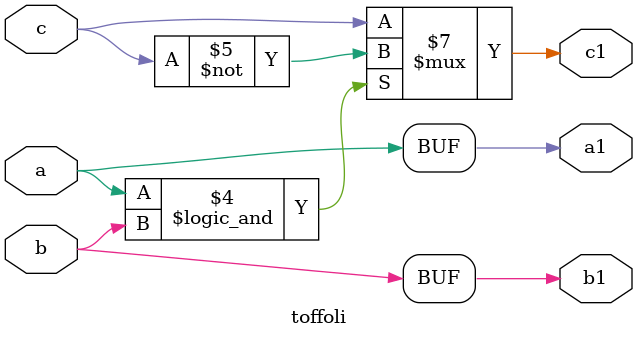
<source format=v>
module toffoli(a,b,c,a1,b1,c1);
input a,b,c;
output reg a1,b1,c1;
always @ (*)
begin
	if(a==1 && b==1)
	begin
            a1 <= a;
	    b1 <= b;
	    c1 <= ~c;
	end
	else
	begin
		a1 <= a;
		b1 <= b;
		c1 <= c;
	end
end
endmodule

</source>
